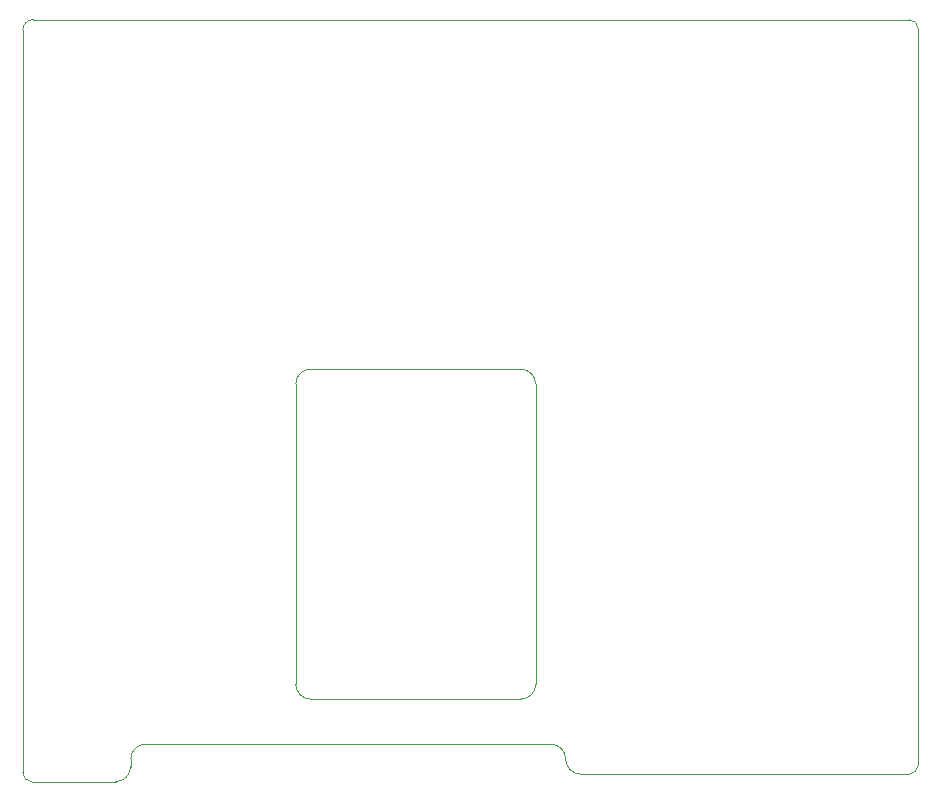
<source format=gbr>
%TF.GenerationSoftware,KiCad,Pcbnew,5.1.6-c6e7f7d~86~ubuntu18.04.1*%
%TF.CreationDate,2021-07-04T16:44:21-07:00*%
%TF.ProjectId,arrow_deca_retro_cape,6172726f-775f-4646-9563-615f72657472,rev?*%
%TF.SameCoordinates,Original*%
%TF.FileFunction,Profile,NP*%
%FSLAX46Y46*%
G04 Gerber Fmt 4.6, Leading zero omitted, Abs format (unit mm)*
G04 Created by KiCad (PCBNEW 5.1.6-c6e7f7d~86~ubuntu18.04.1) date 2021-07-04 16:44:21*
%MOMM*%
%LPD*%
G01*
G04 APERTURE LIST*
%TA.AperFunction,Profile*%
%ADD10C,0.050000*%
%TD*%
G04 APERTURE END LIST*
D10*
X97790000Y-86360000D02*
X125603000Y-86360000D01*
X97790000Y-86360000D02*
G75*
G02*
X96520000Y-85090000I0J1270000D01*
G01*
X59690000Y-85725000D02*
G75*
G02*
X58420000Y-86995000I-1270000J0D01*
G01*
X95250000Y-83820000D02*
G75*
G02*
X96520000Y-85090000I0J-1270000D01*
G01*
X93980000Y-78740000D02*
G75*
G02*
X92710000Y-80010000I-1270000J0D01*
G01*
X74930000Y-80010000D02*
G75*
G02*
X73660000Y-78740000I0J1270000D01*
G01*
X92710000Y-52070000D02*
G75*
G02*
X93980000Y-53340000I0J-1270000D01*
G01*
X73660000Y-53340000D02*
G75*
G02*
X74930000Y-52070000I1270000J0D01*
G01*
X73660000Y-53340000D02*
X73660000Y-78740000D01*
X93980000Y-53340000D02*
X93980000Y-78740000D01*
X74930000Y-52070000D02*
X92710000Y-52070000D01*
X74930000Y-80010000D02*
X92710000Y-80010000D01*
X125603000Y-22479000D02*
G75*
G02*
X126365000Y-23241000I0J-762000D01*
G01*
X50546000Y-23368000D02*
G75*
G02*
X51435000Y-22479000I889000J0D01*
G01*
X51308000Y-86995000D02*
G75*
G02*
X50546000Y-86233000I0J762000D01*
G01*
X126365000Y-85598000D02*
G75*
G02*
X125603000Y-86360000I-762000J0D01*
G01*
X59690000Y-85090000D02*
G75*
G02*
X60960000Y-83820000I1270000J0D01*
G01*
X95250000Y-83820000D02*
X60960000Y-83820000D01*
X59690000Y-85725000D02*
X59690000Y-85090000D01*
X50546000Y-86233000D02*
X50546000Y-23368000D01*
X58420000Y-86995000D02*
X51308000Y-86995000D01*
X126365000Y-23241000D02*
X126365000Y-85598000D01*
X51435000Y-22479000D02*
X125603000Y-22479000D01*
M02*

</source>
